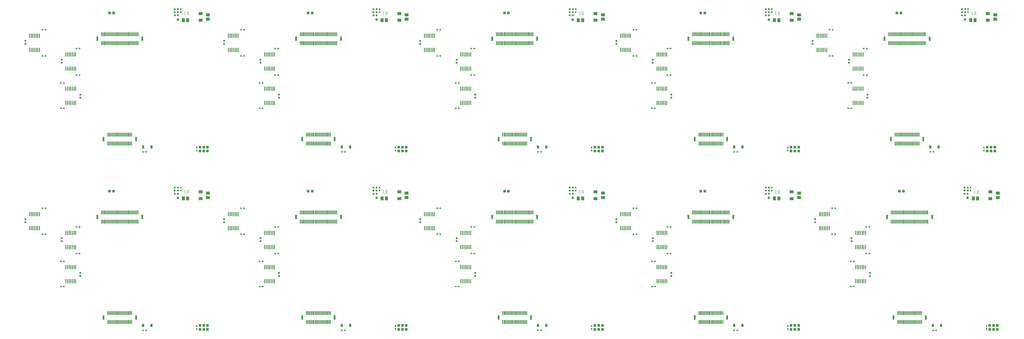
<source format=gbp>
%MOIN*%
%OFA0B0*%
%FSLAX23Y23*%
%IPPOS*%
%LPD*%
%ADD15C,0.03937*%
%ADD16R,0.0315X0.02362*%
%ADD31R,0.01181X0.06299*%
%ADD32R,0.0315X0.07087*%
%ADD33R,0.05906X0.051179999999999996*%
%ADD34R,0.05906X0.04724*%
%ADD35R,0.02756X0.0315*%
%ADD37R,0.02362X0.00984*%
%ADD38R,0.03937X0.03937*%
%ADD39R,0.0374X0.04803*%
%ADD40R,0.014X0.066*%
%ADD41R,0.03937X0.03937*%
%ADD42R,0.051179999999999996X0.05906*%
%ADD43R,0.02362X0.0315*%
%ADD44R,0.0315X0.02756*%
%ADD55C,0.03937*%
%ADD56R,0.0315X0.02362*%
%ADD57R,0.01181X0.06299*%
%ADD58R,0.0315X0.07087*%
%ADD59R,0.05906X0.051179999999999996*%
%ADD60R,0.05906X0.04724*%
%ADD61R,0.02756X0.0315*%
%ADD62R,0.02362X0.00984*%
%ADD63R,0.03937X0.03937*%
%ADD64R,0.0374X0.04803*%
%ADD65R,0.014X0.066*%
%ADD66R,0.03937X0.03937*%
%ADD67R,0.051179999999999996X0.05906*%
%ADD68R,0.02362X0.0315*%
%ADD69R,0.0315X0.02756*%
%ADD70C,0.03937*%
%ADD71R,0.0315X0.02362*%
%ADD72R,0.01181X0.06299*%
%ADD73R,0.0315X0.07087*%
%ADD74R,0.05906X0.051179999999999996*%
%ADD75R,0.05906X0.04724*%
%ADD76R,0.02756X0.0315*%
%ADD77R,0.02362X0.00984*%
%ADD78R,0.03937X0.03937*%
%ADD79R,0.0374X0.04803*%
%ADD80R,0.014X0.066*%
%ADD81R,0.03937X0.03937*%
%ADD82R,0.051179999999999996X0.05906*%
%ADD83R,0.02362X0.0315*%
%ADD84R,0.0315X0.02756*%
%ADD85C,0.03937*%
%ADD86R,0.0315X0.02362*%
%ADD87R,0.01181X0.06299*%
%ADD88R,0.0315X0.07087*%
%ADD89R,0.05906X0.051179999999999996*%
%ADD90R,0.05906X0.04724*%
%ADD91R,0.02756X0.0315*%
%ADD92R,0.02362X0.00984*%
%ADD93R,0.03937X0.03937*%
%ADD94R,0.0374X0.04803*%
%ADD95R,0.014X0.066*%
%ADD96R,0.03937X0.03937*%
%ADD97R,0.051179999999999996X0.05906*%
%ADD98R,0.02362X0.0315*%
%ADD99R,0.0315X0.02756*%
%ADD100C,0.03937*%
%ADD101R,0.0315X0.02362*%
%ADD102R,0.01181X0.06299*%
%ADD103R,0.0315X0.07087*%
%ADD104R,0.05906X0.051179999999999996*%
%ADD105R,0.05906X0.04724*%
%ADD106R,0.02756X0.0315*%
%ADD107R,0.02362X0.00984*%
%ADD108R,0.03937X0.03937*%
%ADD109R,0.0374X0.04803*%
%ADD110R,0.014X0.066*%
%ADD111R,0.03937X0.03937*%
%ADD112R,0.051179999999999996X0.05906*%
%ADD113R,0.02362X0.0315*%
%ADD114R,0.0315X0.02756*%
%ADD115C,0.03937*%
%ADD116R,0.0315X0.02362*%
%ADD117R,0.01181X0.06299*%
%ADD118R,0.0315X0.07087*%
%ADD119R,0.05906X0.051179999999999996*%
%ADD120R,0.05906X0.04724*%
%ADD121R,0.02756X0.0315*%
%ADD122R,0.02362X0.00984*%
%ADD123R,0.03937X0.03937*%
%ADD124R,0.0374X0.04803*%
%ADD125R,0.014X0.066*%
%ADD126R,0.03937X0.03937*%
%ADD127R,0.051179999999999996X0.05906*%
%ADD128R,0.02362X0.0315*%
%ADD129R,0.0315X0.02756*%
%ADD130C,0.03937*%
%ADD131R,0.0315X0.02362*%
%ADD132R,0.01181X0.06299*%
%ADD133R,0.0315X0.07087*%
%ADD134R,0.05906X0.051179999999999996*%
%ADD135R,0.05906X0.04724*%
%ADD136R,0.02756X0.0315*%
%ADD137R,0.02362X0.00984*%
%ADD138R,0.03937X0.03937*%
%ADD139R,0.0374X0.04803*%
%ADD140R,0.014X0.066*%
%ADD141R,0.03937X0.03937*%
%ADD142R,0.051179999999999996X0.05906*%
%ADD143R,0.02362X0.0315*%
%ADD144R,0.0315X0.02756*%
%ADD145C,0.03937*%
%ADD146R,0.0315X0.02362*%
%ADD147R,0.01181X0.06299*%
%ADD148R,0.0315X0.07087*%
%ADD149R,0.05906X0.051179999999999996*%
%ADD150R,0.05906X0.04724*%
%ADD151R,0.02756X0.0315*%
%ADD152R,0.02362X0.00984*%
%ADD153R,0.03937X0.03937*%
%ADD154R,0.0374X0.04803*%
%ADD155R,0.014X0.066*%
%ADD156R,0.03937X0.03937*%
%ADD157R,0.051179999999999996X0.05906*%
%ADD158R,0.02362X0.0315*%
%ADD159R,0.0315X0.02756*%
%ADD160C,0.03937*%
%ADD161R,0.0315X0.02362*%
%ADD162R,0.01181X0.06299*%
%ADD163R,0.0315X0.07087*%
%ADD164R,0.05906X0.051179999999999996*%
%ADD165R,0.05906X0.04724*%
%ADD166R,0.02756X0.0315*%
%ADD167R,0.02362X0.00984*%
%ADD168R,0.03937X0.03937*%
%ADD169R,0.0374X0.04803*%
%ADD170R,0.014X0.066*%
%ADD171R,0.03937X0.03937*%
%ADD172R,0.051179999999999996X0.05906*%
%ADD173R,0.02362X0.0315*%
%ADD174R,0.0315X0.02756*%
%ADD175C,0.03937*%
%ADD176R,0.0315X0.02362*%
%ADD177R,0.01181X0.06299*%
%ADD178R,0.0315X0.07087*%
%ADD179R,0.05906X0.051179999999999996*%
%ADD180R,0.05906X0.04724*%
%ADD181R,0.02756X0.0315*%
%ADD182R,0.02362X0.00984*%
%ADD183R,0.03937X0.03937*%
%ADD184R,0.0374X0.04803*%
%ADD185R,0.014X0.066*%
%ADD186R,0.03937X0.03937*%
%ADD187R,0.051179999999999996X0.05906*%
%ADD188R,0.02362X0.0315*%
%ADD189R,0.0315X0.02756*%
G36*
X03088Y03034D02*
X03088Y03033D01*
X03088Y03029*
X03088Y03029*
X03088Y03028*
X03088Y03028*
X03088Y03028*
X03088Y03028*
X03089Y03027*
X03089Y03027*
X03090Y03027*
X03119Y03027*
X03119Y03027*
X03120Y03027*
X03120Y03028*
X03120Y03028*
X03121Y03028*
X03121Y03028*
X03121Y03029*
X03121Y03029*
X03121Y03033*
X03121Y03034*
X03121Y03034*
X03121Y03034*
X03120Y03035*
X03120Y03035*
X03120Y03035*
X03119Y03035*
X03119Y03035*
X03090Y03035*
X03089Y03035*
X03089Y03035*
X03088Y03035*
X03088Y03035*
X03088Y03034*
X03088Y03034*
X03088Y03034*
G37*
G36*
X03088Y03053D02*
X03088Y03053D01*
X03088Y03049*
X03088Y03049*
X03088Y03048*
X03088Y03048*
X03088Y03047*
X03088Y03047*
X03089Y03047*
X03089Y03047*
X03090Y03047*
X03119Y03047*
X03119Y03047*
X03120Y03047*
X03120Y03047*
X03120Y03047*
X03121Y03048*
X03121Y03048*
X03121Y03049*
X03121Y03049*
X03121Y03053*
X03121Y03053*
X03121Y03054*
X03121Y03054*
X03120Y03054*
X03120Y03054*
X03120Y03055*
X03119Y03055*
X03119Y03055*
X03090Y03055*
X03089Y03055*
X03089Y03055*
X03088Y03054*
X03088Y03054*
X03088Y03054*
X03088Y03054*
X03088Y03053*
G37*
G36*
X03088Y03073D02*
X03088Y03073D01*
X03088Y03069*
X03088Y03068*
X03088Y03068*
X03088Y03067*
X03088Y03067*
X03088Y03067*
X03089Y03067*
X03089Y03067*
X03090Y03067*
X03119Y03067*
X03119Y03067*
X03120Y03067*
X03120Y03067*
X03120Y03067*
X03121Y03067*
X03121Y03068*
X03121Y03068*
X03121Y03069*
X03121Y03073*
X03121Y03073*
X03121Y03073*
X03121Y03073*
X03120Y03073*
X03120Y03073*
X03120Y03073*
X03119Y03073*
X03119Y03073*
X03090Y03073*
X03089Y03073*
X03089Y03073*
X03088Y03073*
X03088Y03073*
X03088Y03073*
X03088Y03073*
X03088Y03073*
G37*
G54D15*
X02947Y02956D03*
G54D16*
X02452Y00882D03*
X02405Y00882D03*
X01408Y02085D03*
X01360Y02085D03*
X00874Y02386D03*
X00827Y02386D03*
X01118Y01566D03*
X01165Y01566D03*
X01118Y01961D03*
X01165Y01961D03*
X01408Y02502D03*
X01360Y02502D03*
X00874Y02793D03*
X00827Y02793D03*
G54D31*
X02324Y02727D03*
X02305Y02727D03*
X02285Y02727D03*
X02265Y02727D03*
X02246Y02727D03*
X02226Y02727D03*
X02206Y02727D03*
X02186Y02727D03*
X02127Y02727D03*
X02108Y02727D03*
X02088Y02727D03*
X02068Y02727D03*
X02049Y02727D03*
X02029Y02727D03*
X01970Y02727D03*
X01950Y02727D03*
X01931Y02727D03*
X01911Y02727D03*
X01891Y02727D03*
X01872Y02727D03*
X01852Y02727D03*
X01832Y02727D03*
X01812Y02727D03*
X01794Y02727D03*
X01774Y02727D03*
X02324Y02585D03*
X02305Y02585D03*
X02285Y02585D03*
X02265Y02585D03*
X02246Y02585D03*
X02226Y02585D03*
X02206Y02585D03*
X02186Y02585D03*
X02167Y02585D03*
X02147Y02585D03*
X02127Y02585D03*
X02108Y02585D03*
X02088Y02585D03*
X02068Y02585D03*
X02049Y02585D03*
X02029Y02585D03*
X02009Y02585D03*
X01990Y02585D03*
X01970Y02585D03*
X01950Y02585D03*
X01931Y02585D03*
X01911Y02585D03*
X01891Y02585D03*
X01872Y02585D03*
X01852Y02585D03*
X01832Y02585D03*
X01812Y02585D03*
X01794Y02585D03*
X01774Y02585D03*
X01754Y02585D03*
X01754Y02727D03*
X02167Y02727D03*
X02147Y02727D03*
X02009Y02727D03*
X01990Y02727D03*
X01852Y01152D03*
X01852Y01012D03*
X01872Y01012D03*
X01891Y01012D03*
X01911Y01012D03*
X01931Y01012D03*
X01950Y01012D03*
X01970Y01012D03*
X01990Y01012D03*
X02009Y01012D03*
X02029Y01012D03*
X02049Y01012D03*
X02068Y01012D03*
X02088Y01012D03*
X02108Y01012D03*
X02127Y01012D03*
X02147Y01012D03*
X02167Y01012D03*
X02186Y01012D03*
X02206Y01012D03*
X02226Y01012D03*
X01872Y01152D03*
X01891Y01152D03*
X01911Y01152D03*
X01931Y01152D03*
X01950Y01152D03*
X01970Y01152D03*
X01990Y01152D03*
X02009Y01152D03*
X02029Y01152D03*
X02049Y01152D03*
X02068Y01152D03*
X02088Y01152D03*
X02108Y01152D03*
X02127Y01152D03*
X02147Y01152D03*
X02167Y01152D03*
X02186Y01152D03*
X02206Y01152D03*
X02226Y01152D03*
G54D32*
X01687Y02656D03*
X02391Y02656D03*
X02293Y01082D03*
X01786Y01082D03*
G54D33*
X03418Y03029D03*
X03418Y02962D03*
G54D34*
X03304Y02943D03*
X03304Y03049D03*
G54D35*
X02899Y03071D03*
X02899Y03118D03*
X01420Y01732D03*
X01420Y01779D03*
X01130Y02277D03*
X01130Y02324D03*
X00560Y02574D03*
X00560Y02621D03*
X02949Y03071D03*
X02949Y03118D03*
G54D37*
X03058Y03071D03*
X03058Y03051D03*
X03058Y03031D03*
G54D38*
X03412Y00893D03*
X03412Y00956D03*
X03354Y00956D03*
X03354Y00893D03*
X03294Y00956D03*
X03294Y00893D03*
G54D39*
X02533Y00957D03*
X02404Y00957D03*
G54D40*
X01196Y01871D03*
X01221Y01871D03*
X01247Y01871D03*
X01272Y01871D03*
X01298Y01871D03*
X01323Y01871D03*
X01348Y01871D03*
X01348Y01649D03*
X01323Y01649D03*
X01298Y01649D03*
X01272Y01649D03*
X01247Y01649D03*
X01221Y01649D03*
X01196Y01649D03*
X01348Y02407D03*
X01323Y02407D03*
X01298Y02407D03*
X01272Y02407D03*
X01247Y02407D03*
X01221Y02407D03*
X01196Y02407D03*
X01196Y02185D03*
X01221Y02185D03*
X01247Y02185D03*
X01272Y02185D03*
X01298Y02185D03*
X01323Y02185D03*
X01348Y02185D03*
X00781Y02702D03*
X00756Y02702D03*
X00730Y02702D03*
X00704Y02702D03*
X00679Y02702D03*
X00654Y02702D03*
X00628Y02702D03*
X00628Y02480D03*
X00654Y02480D03*
X00679Y02480D03*
X00704Y02480D03*
X00730Y02480D03*
X00756Y02480D03*
X00781Y02480D03*
G54D41*
X01879Y03059D03*
X01942Y03059D03*
G54D42*
X03102Y02946D03*
X03035Y02946D03*
G54D43*
X02994Y03118D03*
X02994Y03071D03*
X03244Y00948D03*
X03244Y00900D03*
G54D44*
X02900Y03021D03*
X02947Y03021D03*
G04 next file*
G36*
X03088Y05830D02*
X03088Y05829D01*
X03088Y05824*
X03088Y05824*
X03088Y05824*
X03088Y05824*
X03088Y05824*
X03088Y05824*
X03089Y05823*
X03089Y05823*
X03090Y05823*
X03119Y05823*
X03119Y05823*
X03120Y05823*
X03120Y05824*
X03120Y05824*
X03121Y05824*
X03121Y05824*
X03121Y05824*
X03121Y05824*
X03121Y05829*
X03121Y05830*
X03121Y05830*
X03121Y05830*
X03120Y05831*
X03120Y05831*
X03120Y05831*
X03119Y05831*
X03119Y05831*
X03090Y05831*
X03089Y05831*
X03089Y05831*
X03088Y05831*
X03088Y05831*
X03088Y05830*
X03088Y05830*
X03088Y05830*
G37*
G36*
X03088Y05848D02*
X03088Y05848D01*
X03088Y05845*
X03088Y05845*
X03088Y05844*
X03088Y05844*
X03088Y05843*
X03088Y05843*
X03089Y05843*
X03089Y05843*
X03090Y05843*
X03119Y05843*
X03119Y05843*
X03120Y05843*
X03120Y05843*
X03120Y05843*
X03121Y05844*
X03121Y05844*
X03121Y05845*
X03121Y05845*
X03121Y05848*
X03121Y05848*
X03121Y05850*
X03121Y05850*
X03120Y05850*
X03120Y05850*
X03120Y05851*
X03119Y05851*
X03119Y05851*
X03090Y05851*
X03089Y05851*
X03089Y05851*
X03088Y05850*
X03088Y05850*
X03088Y05850*
X03088Y05850*
X03088Y05848*
G37*
G36*
X03088Y05869D02*
X03088Y05869D01*
X03088Y05865*
X03088Y05864*
X03088Y05864*
X03088Y05863*
X03088Y05863*
X03088Y05863*
X03089Y05863*
X03089Y05863*
X03090Y05863*
X03119Y05863*
X03119Y05863*
X03120Y05863*
X03120Y05863*
X03120Y05863*
X03121Y05863*
X03121Y05864*
X03121Y05864*
X03121Y05865*
X03121Y05869*
X03121Y05869*
X03121Y05869*
X03121Y05870*
X03120Y05870*
X03120Y05870*
X03120Y05870*
X03119Y05870*
X03119Y05870*
X03090Y05870*
X03089Y05870*
X03089Y05870*
X03088Y05870*
X03088Y05870*
X03088Y05870*
X03088Y05869*
X03088Y05869*
G37*
D55*
X02947Y05752D03*
D56*
X02452Y03678D03*
X02405Y03678D03*
X01408Y04881D03*
X01360Y04881D03*
X00874Y05182D03*
X00827Y05182D03*
X01118Y04362D03*
X01165Y04362D03*
X01118Y04757D03*
X01165Y04757D03*
X01408Y05298D03*
X01360Y05298D03*
X00874Y05590D03*
X00827Y05590D03*
D57*
X02324Y05522D03*
X02305Y05522D03*
X02285Y05522D03*
X02265Y05522D03*
X02246Y05522D03*
X02226Y05522D03*
X02206Y05522D03*
X02186Y05522D03*
X02127Y05522D03*
X02108Y05522D03*
X02088Y05522D03*
X02068Y05522D03*
X02049Y05522D03*
X02029Y05522D03*
X01970Y05522D03*
X01950Y05522D03*
X01931Y05522D03*
X01911Y05522D03*
X01891Y05522D03*
X01872Y05522D03*
X01852Y05522D03*
X01832Y05522D03*
X01812Y05522D03*
X01794Y05522D03*
X01774Y05522D03*
X02324Y05381D03*
X02305Y05381D03*
X02285Y05381D03*
X02265Y05381D03*
X02246Y05381D03*
X02226Y05381D03*
X02206Y05381D03*
X02186Y05381D03*
X02167Y05381D03*
X02147Y05381D03*
X02127Y05381D03*
X02108Y05381D03*
X02088Y05381D03*
X02068Y05381D03*
X02049Y05381D03*
X02029Y05381D03*
X02009Y05381D03*
X01990Y05381D03*
X01970Y05381D03*
X01950Y05381D03*
X01931Y05381D03*
X01911Y05381D03*
X01891Y05381D03*
X01872Y05381D03*
X01852Y05381D03*
X01832Y05381D03*
X01812Y05381D03*
X01794Y05381D03*
X01774Y05381D03*
X01754Y05381D03*
X01754Y05522D03*
X02167Y05522D03*
X02147Y05522D03*
X02009Y05522D03*
X01990Y05522D03*
X01852Y03948D03*
X01852Y03808D03*
X01872Y03808D03*
X01891Y03808D03*
X01911Y03808D03*
X01931Y03808D03*
X01950Y03808D03*
X01970Y03808D03*
X01990Y03808D03*
X02009Y03808D03*
X02029Y03808D03*
X02049Y03808D03*
X02068Y03808D03*
X02088Y03808D03*
X02108Y03808D03*
X02127Y03808D03*
X02147Y03808D03*
X02167Y03808D03*
X02186Y03808D03*
X02206Y03808D03*
X02226Y03808D03*
X01872Y03948D03*
X01891Y03948D03*
X01911Y03948D03*
X01931Y03948D03*
X01950Y03948D03*
X01970Y03948D03*
X01990Y03948D03*
X02009Y03948D03*
X02029Y03948D03*
X02049Y03948D03*
X02068Y03948D03*
X02088Y03948D03*
X02108Y03948D03*
X02127Y03948D03*
X02147Y03948D03*
X02167Y03948D03*
X02186Y03948D03*
X02206Y03948D03*
X02226Y03948D03*
D58*
X01687Y05452D03*
X02391Y05452D03*
X02293Y03878D03*
X01786Y03878D03*
D59*
X03418Y05824D03*
X03418Y05758D03*
D60*
X03304Y05739D03*
X03304Y05845D03*
D61*
X02899Y05867D03*
X02899Y05914D03*
X01420Y04528D03*
X01420Y04575D03*
X01130Y05073D03*
X01130Y05120D03*
X00560Y05370D03*
X00560Y05417D03*
X02949Y05867D03*
X02949Y05914D03*
D62*
X03058Y05867D03*
X03058Y05847D03*
X03058Y05827D03*
D63*
X03412Y03689D03*
X03412Y03752D03*
X03354Y03752D03*
X03354Y03689D03*
X03294Y03752D03*
X03294Y03689D03*
D64*
X02533Y03753D03*
X02404Y03753D03*
D65*
X01196Y04667D03*
X01221Y04667D03*
X01247Y04667D03*
X01272Y04667D03*
X01298Y04667D03*
X01323Y04667D03*
X01348Y04667D03*
X01348Y04445D03*
X01323Y04445D03*
X01298Y04445D03*
X01272Y04445D03*
X01247Y04445D03*
X01221Y04445D03*
X01196Y04445D03*
X01348Y05203D03*
X01323Y05203D03*
X01298Y05203D03*
X01272Y05203D03*
X01247Y05203D03*
X01221Y05203D03*
X01196Y05203D03*
X01196Y04981D03*
X01221Y04981D03*
X01247Y04981D03*
X01272Y04981D03*
X01298Y04981D03*
X01323Y04981D03*
X01348Y04981D03*
X00781Y05498D03*
X00756Y05498D03*
X00730Y05498D03*
X00704Y05498D03*
X00679Y05498D03*
X00654Y05498D03*
X00628Y05498D03*
X00628Y05275D03*
X00654Y05275D03*
X00679Y05275D03*
X00704Y05275D03*
X00730Y05275D03*
X00756Y05275D03*
X00781Y05275D03*
D66*
X01879Y05855D03*
X01942Y05855D03*
D67*
X03102Y05742D03*
X03035Y05742D03*
D68*
X02994Y05914D03*
X02994Y05867D03*
X03244Y03744D03*
X03244Y03696D03*
D69*
X02900Y05817D03*
X02947Y05817D03*
G04 next file*
G36*
X06198Y05830D02*
X06198Y05829D01*
X06198Y05824*
X06198Y05824*
X06198Y05824*
X06198Y05824*
X06198Y05824*
X06198Y05824*
X06199Y05823*
X06199Y05823*
X06200Y05823*
X06229Y05823*
X06229Y05823*
X06229Y05823*
X06229Y05824*
X06229Y05824*
X06231Y05824*
X06231Y05824*
X06231Y05824*
X06231Y05824*
X06231Y05829*
X06231Y05830*
X06231Y05830*
X06231Y05830*
X06229Y05831*
X06229Y05831*
X06229Y05831*
X06229Y05831*
X06229Y05831*
X06200Y05831*
X06199Y05831*
X06199Y05831*
X06198Y05831*
X06198Y05831*
X06198Y05830*
X06198Y05830*
X06198Y05830*
G37*
G36*
X06198Y05848D02*
X06198Y05848D01*
X06198Y05845*
X06198Y05845*
X06198Y05844*
X06198Y05844*
X06198Y05843*
X06198Y05843*
X06199Y05843*
X06199Y05843*
X06200Y05843*
X06229Y05843*
X06229Y05843*
X06229Y05843*
X06229Y05843*
X06229Y05843*
X06231Y05844*
X06231Y05844*
X06231Y05845*
X06231Y05845*
X06231Y05848*
X06231Y05848*
X06231Y05850*
X06231Y05850*
X06229Y05850*
X06229Y05850*
X06229Y05851*
X06229Y05851*
X06229Y05851*
X06200Y05851*
X06199Y05851*
X06199Y05851*
X06198Y05850*
X06198Y05850*
X06198Y05850*
X06198Y05850*
X06198Y05848*
G37*
G36*
X06198Y05869D02*
X06198Y05869D01*
X06198Y05865*
X06198Y05864*
X06198Y05864*
X06198Y05863*
X06198Y05863*
X06198Y05863*
X06199Y05863*
X06199Y05863*
X06200Y05863*
X06229Y05863*
X06229Y05863*
X06229Y05863*
X06229Y05863*
X06229Y05863*
X06231Y05863*
X06231Y05864*
X06231Y05864*
X06231Y05865*
X06231Y05869*
X06231Y05869*
X06231Y05869*
X06231Y05870*
X06229Y05870*
X06229Y05870*
X06229Y05870*
X06229Y05870*
X06229Y05870*
X06200Y05870*
X06199Y05870*
X06199Y05870*
X06198Y05870*
X06198Y05870*
X06198Y05870*
X06198Y05869*
X06198Y05869*
G37*
D70*
X06057Y05752D03*
D71*
X05562Y03678D03*
X05515Y03678D03*
X04518Y04881D03*
X04470Y04881D03*
X03984Y05182D03*
X03937Y05182D03*
X04228Y04362D03*
X04275Y04362D03*
X04228Y04757D03*
X04275Y04757D03*
X04518Y05298D03*
X04470Y05298D03*
X03984Y05590D03*
X03937Y05590D03*
D72*
X05434Y05522D03*
X05415Y05522D03*
X05395Y05522D03*
X05375Y05522D03*
X05356Y05522D03*
X05336Y05522D03*
X05316Y05522D03*
X05295Y05522D03*
X05237Y05522D03*
X05218Y05522D03*
X05198Y05522D03*
X05178Y05522D03*
X05158Y05522D03*
X05139Y05522D03*
X05079Y05522D03*
X05060Y05522D03*
X05041Y05522D03*
X05021Y05522D03*
X05001Y05522D03*
X04982Y05522D03*
X04962Y05522D03*
X04942Y05522D03*
X04922Y05522D03*
X04904Y05522D03*
X04884Y05522D03*
X05434Y05381D03*
X05415Y05381D03*
X05395Y05381D03*
X05375Y05381D03*
X05356Y05381D03*
X05336Y05381D03*
X05316Y05381D03*
X05295Y05381D03*
X05277Y05381D03*
X05257Y05381D03*
X05237Y05381D03*
X05218Y05381D03*
X05198Y05381D03*
X05178Y05381D03*
X05158Y05381D03*
X05139Y05381D03*
X05119Y05381D03*
X05100Y05381D03*
X05079Y05381D03*
X05060Y05381D03*
X05041Y05381D03*
X05021Y05381D03*
X05001Y05381D03*
X04982Y05381D03*
X04962Y05381D03*
X04942Y05381D03*
X04922Y05381D03*
X04904Y05381D03*
X04884Y05381D03*
X04864Y05381D03*
X04864Y05522D03*
X05277Y05522D03*
X05257Y05522D03*
X05119Y05522D03*
X05100Y05522D03*
X04962Y03948D03*
X04962Y03808D03*
X04982Y03808D03*
X05001Y03808D03*
X05021Y03808D03*
X05041Y03808D03*
X05060Y03808D03*
X05079Y03808D03*
X05100Y03808D03*
X05119Y03808D03*
X05139Y03808D03*
X05158Y03808D03*
X05178Y03808D03*
X05198Y03808D03*
X05218Y03808D03*
X05237Y03808D03*
X05257Y03808D03*
X05277Y03808D03*
X05295Y03808D03*
X05316Y03808D03*
X05336Y03808D03*
X04982Y03948D03*
X05001Y03948D03*
X05021Y03948D03*
X05041Y03948D03*
X05060Y03948D03*
X05079Y03948D03*
X05100Y03948D03*
X05119Y03948D03*
X05139Y03948D03*
X05158Y03948D03*
X05178Y03948D03*
X05198Y03948D03*
X05218Y03948D03*
X05237Y03948D03*
X05257Y03948D03*
X05277Y03948D03*
X05295Y03948D03*
X05316Y03948D03*
X05336Y03948D03*
D73*
X04797Y05452D03*
X05501Y05452D03*
X05402Y03878D03*
X04896Y03878D03*
D74*
X06528Y05824D03*
X06528Y05758D03*
D75*
X06414Y05739D03*
X06414Y05845D03*
D76*
X06009Y05867D03*
X06009Y05914D03*
X04530Y04528D03*
X04530Y04575D03*
X04240Y05073D03*
X04240Y05120D03*
X03670Y05370D03*
X03670Y05417D03*
X06059Y05867D03*
X06059Y05914D03*
D77*
X06168Y05867D03*
X06168Y05847D03*
X06168Y05827D03*
D78*
X06521Y03689D03*
X06521Y03752D03*
X06464Y03752D03*
X06464Y03689D03*
X06404Y03752D03*
X06404Y03689D03*
D79*
X05643Y03753D03*
X05514Y03753D03*
D80*
X04306Y04667D03*
X04331Y04667D03*
X04357Y04667D03*
X04382Y04667D03*
X04408Y04667D03*
X04434Y04667D03*
X04459Y04667D03*
X04459Y04445D03*
X04434Y04445D03*
X04408Y04445D03*
X04382Y04445D03*
X04357Y04445D03*
X04331Y04445D03*
X04306Y04445D03*
X04459Y05203D03*
X04434Y05203D03*
X04408Y05203D03*
X04382Y05203D03*
X04357Y05203D03*
X04331Y05203D03*
X04306Y05203D03*
X04306Y04981D03*
X04331Y04981D03*
X04357Y04981D03*
X04382Y04981D03*
X04408Y04981D03*
X04434Y04981D03*
X04459Y04981D03*
X03890Y05498D03*
X03866Y05498D03*
X03840Y05498D03*
X03815Y05498D03*
X03789Y05498D03*
X03764Y05498D03*
X03738Y05498D03*
X03738Y05275D03*
X03764Y05275D03*
X03789Y05275D03*
X03815Y05275D03*
X03840Y05275D03*
X03866Y05275D03*
X03890Y05275D03*
D81*
X04989Y05855D03*
X05052Y05855D03*
D82*
X06212Y05742D03*
X06145Y05742D03*
D83*
X06104Y05914D03*
X06104Y05867D03*
X06354Y03744D03*
X06354Y03696D03*
D84*
X06010Y05817D03*
X06057Y05817D03*
G04 next file*
G36*
X06198Y03034D02*
X06198Y03033D01*
X06198Y03029*
X06198Y03029*
X06198Y03028*
X06198Y03028*
X06198Y03028*
X06198Y03028*
X06199Y03027*
X06199Y03027*
X06200Y03027*
X06229Y03027*
X06229Y03027*
X06229Y03027*
X06229Y03028*
X06229Y03028*
X06231Y03028*
X06231Y03028*
X06231Y03029*
X06231Y03029*
X06231Y03033*
X06231Y03034*
X06231Y03034*
X06231Y03034*
X06229Y03035*
X06229Y03035*
X06229Y03035*
X06229Y03035*
X06229Y03035*
X06200Y03035*
X06199Y03035*
X06199Y03035*
X06198Y03035*
X06198Y03035*
X06198Y03034*
X06198Y03034*
X06198Y03034*
G37*
G36*
X06198Y03053D02*
X06198Y03053D01*
X06198Y03049*
X06198Y03049*
X06198Y03048*
X06198Y03048*
X06198Y03047*
X06198Y03047*
X06199Y03047*
X06199Y03047*
X06200Y03047*
X06229Y03047*
X06229Y03047*
X06229Y03047*
X06229Y03047*
X06229Y03047*
X06231Y03048*
X06231Y03048*
X06231Y03049*
X06231Y03049*
X06231Y03053*
X06231Y03053*
X06231Y03054*
X06231Y03054*
X06229Y03054*
X06229Y03054*
X06229Y03055*
X06229Y03055*
X06229Y03055*
X06200Y03055*
X06199Y03055*
X06199Y03055*
X06198Y03054*
X06198Y03054*
X06198Y03054*
X06198Y03054*
X06198Y03053*
G37*
G36*
X06198Y03073D02*
X06198Y03073D01*
X06198Y03069*
X06198Y03068*
X06198Y03068*
X06198Y03067*
X06198Y03067*
X06198Y03067*
X06199Y03067*
X06199Y03067*
X06200Y03067*
X06229Y03067*
X06229Y03067*
X06229Y03067*
X06229Y03067*
X06229Y03067*
X06231Y03067*
X06231Y03068*
X06231Y03068*
X06231Y03069*
X06231Y03073*
X06231Y03073*
X06231Y03073*
X06231Y03073*
X06229Y03073*
X06229Y03073*
X06229Y03073*
X06229Y03073*
X06229Y03073*
X06200Y03073*
X06199Y03073*
X06199Y03073*
X06198Y03073*
X06198Y03073*
X06198Y03073*
X06198Y03073*
X06198Y03073*
G37*
D85*
X06057Y02956D03*
D86*
X05562Y00882D03*
X05515Y00882D03*
X04518Y02085D03*
X04470Y02085D03*
X03984Y02386D03*
X03937Y02386D03*
X04228Y01566D03*
X04275Y01566D03*
X04228Y01961D03*
X04275Y01961D03*
X04518Y02502D03*
X04470Y02502D03*
X03984Y02793D03*
X03937Y02793D03*
D87*
X05434Y02727D03*
X05415Y02727D03*
X05395Y02727D03*
X05375Y02727D03*
X05356Y02727D03*
X05336Y02727D03*
X05316Y02727D03*
X05295Y02727D03*
X05237Y02727D03*
X05218Y02727D03*
X05198Y02727D03*
X05178Y02727D03*
X05158Y02727D03*
X05139Y02727D03*
X05079Y02727D03*
X05060Y02727D03*
X05041Y02727D03*
X05021Y02727D03*
X05001Y02727D03*
X04982Y02727D03*
X04962Y02727D03*
X04942Y02727D03*
X04922Y02727D03*
X04904Y02727D03*
X04884Y02727D03*
X05434Y02585D03*
X05415Y02585D03*
X05395Y02585D03*
X05375Y02585D03*
X05356Y02585D03*
X05336Y02585D03*
X05316Y02585D03*
X05295Y02585D03*
X05277Y02585D03*
X05257Y02585D03*
X05237Y02585D03*
X05218Y02585D03*
X05198Y02585D03*
X05178Y02585D03*
X05158Y02585D03*
X05139Y02585D03*
X05119Y02585D03*
X05100Y02585D03*
X05079Y02585D03*
X05060Y02585D03*
X05041Y02585D03*
X05021Y02585D03*
X05001Y02585D03*
X04982Y02585D03*
X04962Y02585D03*
X04942Y02585D03*
X04922Y02585D03*
X04904Y02585D03*
X04884Y02585D03*
X04864Y02585D03*
X04864Y02727D03*
X05277Y02727D03*
X05257Y02727D03*
X05119Y02727D03*
X05100Y02727D03*
X04962Y01152D03*
X04962Y01012D03*
X04982Y01012D03*
X05001Y01012D03*
X05021Y01012D03*
X05041Y01012D03*
X05060Y01012D03*
X05079Y01012D03*
X05100Y01012D03*
X05119Y01012D03*
X05139Y01012D03*
X05158Y01012D03*
X05178Y01012D03*
X05198Y01012D03*
X05218Y01012D03*
X05237Y01012D03*
X05257Y01012D03*
X05277Y01012D03*
X05295Y01012D03*
X05316Y01012D03*
X05336Y01012D03*
X04982Y01152D03*
X05001Y01152D03*
X05021Y01152D03*
X05041Y01152D03*
X05060Y01152D03*
X05079Y01152D03*
X05100Y01152D03*
X05119Y01152D03*
X05139Y01152D03*
X05158Y01152D03*
X05178Y01152D03*
X05198Y01152D03*
X05218Y01152D03*
X05237Y01152D03*
X05257Y01152D03*
X05277Y01152D03*
X05295Y01152D03*
X05316Y01152D03*
X05336Y01152D03*
D88*
X04797Y02656D03*
X05501Y02656D03*
X05402Y01082D03*
X04896Y01082D03*
D89*
X06528Y03029D03*
X06528Y02962D03*
D90*
X06414Y02943D03*
X06414Y03049D03*
D91*
X06009Y03071D03*
X06009Y03118D03*
X04530Y01732D03*
X04530Y01779D03*
X04240Y02277D03*
X04240Y02324D03*
X03670Y02574D03*
X03670Y02621D03*
X06059Y03071D03*
X06059Y03118D03*
D92*
X06168Y03071D03*
X06168Y03051D03*
X06168Y03031D03*
D93*
X06521Y00893D03*
X06521Y00956D03*
X06464Y00956D03*
X06464Y00893D03*
X06404Y00956D03*
X06404Y00893D03*
D94*
X05643Y00957D03*
X05514Y00957D03*
D95*
X04306Y01871D03*
X04331Y01871D03*
X04357Y01871D03*
X04382Y01871D03*
X04408Y01871D03*
X04434Y01871D03*
X04459Y01871D03*
X04459Y01649D03*
X04434Y01649D03*
X04408Y01649D03*
X04382Y01649D03*
X04357Y01649D03*
X04331Y01649D03*
X04306Y01649D03*
X04459Y02407D03*
X04434Y02407D03*
X04408Y02407D03*
X04382Y02407D03*
X04357Y02407D03*
X04331Y02407D03*
X04306Y02407D03*
X04306Y02185D03*
X04331Y02185D03*
X04357Y02185D03*
X04382Y02185D03*
X04408Y02185D03*
X04434Y02185D03*
X04459Y02185D03*
X03890Y02702D03*
X03866Y02702D03*
X03840Y02702D03*
X03815Y02702D03*
X03789Y02702D03*
X03764Y02702D03*
X03738Y02702D03*
X03738Y02480D03*
X03764Y02480D03*
X03789Y02480D03*
X03815Y02480D03*
X03840Y02480D03*
X03866Y02480D03*
X03890Y02480D03*
D96*
X04989Y03059D03*
X05052Y03059D03*
D97*
X06212Y02946D03*
X06145Y02946D03*
D98*
X06104Y03118D03*
X06104Y03071D03*
X06354Y00948D03*
X06354Y00900D03*
D99*
X06010Y03021D03*
X06057Y03021D03*
G04 next file*
G36*
X09269Y05830D02*
X09269Y05829D01*
X09269Y05824*
X09269Y05824*
X09269Y05824*
X09269Y05824*
X09269Y05824*
X09269Y05824*
X09270Y05823*
X09270Y05823*
X09271Y05823*
X09300Y05823*
X09300Y05823*
X09301Y05823*
X09301Y05824*
X09301Y05824*
X09302Y05824*
X09302Y05824*
X09302Y05824*
X09302Y05824*
X09302Y05829*
X09302Y05830*
X09302Y05830*
X09302Y05830*
X09301Y05831*
X09301Y05831*
X09301Y05831*
X09300Y05831*
X09300Y05831*
X09271Y05831*
X09270Y05831*
X09270Y05831*
X09269Y05831*
X09269Y05831*
X09269Y05830*
X09269Y05830*
X09269Y05830*
G37*
G36*
X09269Y05848D02*
X09269Y05848D01*
X09269Y05845*
X09269Y05845*
X09269Y05844*
X09269Y05844*
X09269Y05843*
X09269Y05843*
X09270Y05843*
X09270Y05843*
X09271Y05843*
X09300Y05843*
X09300Y05843*
X09301Y05843*
X09301Y05843*
X09301Y05843*
X09302Y05844*
X09302Y05844*
X09302Y05845*
X09302Y05845*
X09302Y05848*
X09302Y05848*
X09302Y05850*
X09302Y05850*
X09301Y05850*
X09301Y05850*
X09301Y05851*
X09300Y05851*
X09300Y05851*
X09271Y05851*
X09270Y05851*
X09270Y05851*
X09269Y05850*
X09269Y05850*
X09269Y05850*
X09269Y05850*
X09269Y05848*
G37*
G36*
X09269Y05869D02*
X09269Y05869D01*
X09269Y05865*
X09269Y05864*
X09269Y05864*
X09269Y05863*
X09269Y05863*
X09269Y05863*
X09270Y05863*
X09270Y05863*
X09271Y05863*
X09300Y05863*
X09300Y05863*
X09301Y05863*
X09301Y05863*
X09301Y05863*
X09302Y05863*
X09302Y05864*
X09302Y05864*
X09302Y05865*
X09302Y05869*
X09302Y05869*
X09302Y05869*
X09302Y05870*
X09301Y05870*
X09301Y05870*
X09301Y05870*
X09300Y05870*
X09300Y05870*
X09271Y05870*
X09270Y05870*
X09270Y05870*
X09269Y05870*
X09269Y05870*
X09269Y05870*
X09269Y05869*
X09269Y05869*
G37*
D100*
X09128Y05752D03*
D101*
X08633Y03678D03*
X08586Y03678D03*
X07589Y04881D03*
X07541Y04881D03*
X07055Y05182D03*
X07008Y05182D03*
X07299Y04362D03*
X07345Y04362D03*
X07299Y04757D03*
X07345Y04757D03*
X07589Y05298D03*
X07541Y05298D03*
X07055Y05590D03*
X07008Y05590D03*
D102*
X08505Y05522D03*
X08486Y05522D03*
X08466Y05522D03*
X08446Y05522D03*
X08427Y05522D03*
X08407Y05522D03*
X08387Y05522D03*
X08367Y05522D03*
X08308Y05522D03*
X08289Y05522D03*
X08269Y05522D03*
X08249Y05522D03*
X08230Y05522D03*
X08210Y05522D03*
X08151Y05522D03*
X08131Y05522D03*
X08112Y05522D03*
X08092Y05522D03*
X08071Y05522D03*
X08053Y05522D03*
X08032Y05522D03*
X08013Y05522D03*
X07993Y05522D03*
X07975Y05522D03*
X07955Y05522D03*
X08505Y05381D03*
X08486Y05381D03*
X08466Y05381D03*
X08446Y05381D03*
X08427Y05381D03*
X08407Y05381D03*
X08387Y05381D03*
X08367Y05381D03*
X08348Y05381D03*
X08328Y05381D03*
X08308Y05381D03*
X08289Y05381D03*
X08269Y05381D03*
X08249Y05381D03*
X08230Y05381D03*
X08210Y05381D03*
X08189Y05381D03*
X08170Y05381D03*
X08151Y05381D03*
X08131Y05381D03*
X08112Y05381D03*
X08092Y05381D03*
X08071Y05381D03*
X08053Y05381D03*
X08032Y05381D03*
X08013Y05381D03*
X07993Y05381D03*
X07975Y05381D03*
X07955Y05381D03*
X07935Y05381D03*
X07935Y05522D03*
X08348Y05522D03*
X08328Y05522D03*
X08189Y05522D03*
X08170Y05522D03*
X08032Y03948D03*
X08032Y03808D03*
X08053Y03808D03*
X08071Y03808D03*
X08092Y03808D03*
X08112Y03808D03*
X08131Y03808D03*
X08151Y03808D03*
X08170Y03808D03*
X08189Y03808D03*
X08210Y03808D03*
X08230Y03808D03*
X08249Y03808D03*
X08269Y03808D03*
X08289Y03808D03*
X08308Y03808D03*
X08328Y03808D03*
X08348Y03808D03*
X08367Y03808D03*
X08387Y03808D03*
X08407Y03808D03*
X08053Y03948D03*
X08071Y03948D03*
X08092Y03948D03*
X08112Y03948D03*
X08131Y03948D03*
X08151Y03948D03*
X08170Y03948D03*
X08189Y03948D03*
X08210Y03948D03*
X08230Y03948D03*
X08249Y03948D03*
X08269Y03948D03*
X08289Y03948D03*
X08308Y03948D03*
X08328Y03948D03*
X08348Y03948D03*
X08367Y03948D03*
X08387Y03948D03*
X08407Y03948D03*
D103*
X07868Y05452D03*
X08572Y05452D03*
X08474Y03878D03*
X07967Y03878D03*
D104*
X09600Y05824D03*
X09600Y05758D03*
D105*
X09485Y05739D03*
X09485Y05845D03*
D106*
X09080Y05867D03*
X09080Y05914D03*
X07601Y04528D03*
X07601Y04575D03*
X07311Y05073D03*
X07311Y05120D03*
X06741Y05370D03*
X06741Y05417D03*
X09130Y05867D03*
X09130Y05914D03*
D107*
X09239Y05867D03*
X09239Y05847D03*
X09239Y05827D03*
D108*
X09593Y03689D03*
X09593Y03752D03*
X09535Y03752D03*
X09535Y03689D03*
X09475Y03752D03*
X09475Y03689D03*
D109*
X08714Y03753D03*
X08585Y03753D03*
D110*
X07376Y04667D03*
X07402Y04667D03*
X07428Y04667D03*
X07453Y04667D03*
X07479Y04667D03*
X07505Y04667D03*
X07530Y04667D03*
X07530Y04445D03*
X07505Y04445D03*
X07479Y04445D03*
X07453Y04445D03*
X07428Y04445D03*
X07402Y04445D03*
X07376Y04445D03*
X07530Y05203D03*
X07505Y05203D03*
X07479Y05203D03*
X07453Y05203D03*
X07428Y05203D03*
X07402Y05203D03*
X07376Y05203D03*
X07376Y04981D03*
X07402Y04981D03*
X07428Y04981D03*
X07453Y04981D03*
X07479Y04981D03*
X07505Y04981D03*
X07530Y04981D03*
X06962Y05498D03*
X06937Y05498D03*
X06911Y05498D03*
X06885Y05498D03*
X06860Y05498D03*
X06835Y05498D03*
X06809Y05498D03*
X06809Y05275D03*
X06835Y05275D03*
X06860Y05275D03*
X06885Y05275D03*
X06911Y05275D03*
X06937Y05275D03*
X06962Y05275D03*
D111*
X08060Y05855D03*
X08122Y05855D03*
D112*
X09283Y05742D03*
X09216Y05742D03*
D113*
X09175Y05914D03*
X09175Y05867D03*
X09425Y03744D03*
X09425Y03696D03*
D114*
X09081Y05817D03*
X09128Y05817D03*
G04 next file*
G36*
X12339Y05830D02*
X12339Y05829D01*
X12339Y05824*
X12339Y05824*
X12339Y05824*
X12339Y05824*
X12339Y05824*
X12339Y05824*
X12340Y05823*
X12340Y05823*
X12341Y05823*
X12370Y05823*
X12370Y05823*
X12370Y05823*
X12370Y05824*
X12370Y05824*
X12372Y05824*
X12372Y05824*
X12372Y05824*
X12372Y05824*
X12372Y05829*
X12372Y05830*
X12372Y05830*
X12372Y05830*
X12370Y05831*
X12370Y05831*
X12370Y05831*
X12370Y05831*
X12370Y05831*
X12341Y05831*
X12340Y05831*
X12340Y05831*
X12339Y05831*
X12339Y05831*
X12339Y05830*
X12339Y05830*
X12339Y05830*
G37*
G36*
X12339Y05848D02*
X12339Y05848D01*
X12339Y05845*
X12339Y05845*
X12339Y05844*
X12339Y05844*
X12339Y05843*
X12339Y05843*
X12340Y05843*
X12340Y05843*
X12341Y05843*
X12370Y05843*
X12370Y05843*
X12370Y05843*
X12370Y05843*
X12370Y05843*
X12372Y05844*
X12372Y05844*
X12372Y05845*
X12372Y05845*
X12372Y05848*
X12372Y05848*
X12372Y05850*
X12372Y05850*
X12370Y05850*
X12370Y05850*
X12370Y05851*
X12370Y05851*
X12370Y05851*
X12341Y05851*
X12340Y05851*
X12340Y05851*
X12339Y05850*
X12339Y05850*
X12339Y05850*
X12339Y05850*
X12339Y05848*
G37*
G36*
X12339Y05869D02*
X12339Y05869D01*
X12339Y05865*
X12339Y05864*
X12339Y05864*
X12339Y05863*
X12339Y05863*
X12339Y05863*
X12340Y05863*
X12340Y05863*
X12341Y05863*
X12370Y05863*
X12370Y05863*
X12370Y05863*
X12370Y05863*
X12370Y05863*
X12372Y05863*
X12372Y05864*
X12372Y05864*
X12372Y05865*
X12372Y05869*
X12372Y05869*
X12372Y05869*
X12372Y05870*
X12370Y05870*
X12370Y05870*
X12370Y05870*
X12370Y05870*
X12370Y05870*
X12341Y05870*
X12340Y05870*
X12340Y05870*
X12339Y05870*
X12339Y05870*
X12339Y05870*
X12339Y05869*
X12339Y05869*
G37*
D115*
X12198Y05752D03*
D116*
X11703Y03678D03*
X11656Y03678D03*
X10659Y04881D03*
X10611Y04881D03*
X10125Y05182D03*
X10078Y05182D03*
X10369Y04362D03*
X10416Y04362D03*
X10369Y04757D03*
X10416Y04757D03*
X10659Y05298D03*
X10611Y05298D03*
X10125Y05590D03*
X10078Y05590D03*
D117*
X11574Y05522D03*
X11556Y05522D03*
X11536Y05522D03*
X11516Y05522D03*
X11497Y05522D03*
X11477Y05522D03*
X11456Y05522D03*
X11437Y05522D03*
X11378Y05522D03*
X11359Y05522D03*
X11339Y05522D03*
X11319Y05522D03*
X11300Y05522D03*
X11279Y05522D03*
X11221Y05522D03*
X11201Y05522D03*
X11182Y05522D03*
X11161Y05522D03*
X11142Y05522D03*
X11123Y05522D03*
X11103Y05522D03*
X11083Y05522D03*
X11063Y05522D03*
X11045Y05522D03*
X11024Y05522D03*
X11574Y05381D03*
X11556Y05381D03*
X11536Y05381D03*
X11516Y05381D03*
X11497Y05381D03*
X11477Y05381D03*
X11456Y05381D03*
X11437Y05381D03*
X11418Y05381D03*
X11398Y05381D03*
X11378Y05381D03*
X11359Y05381D03*
X11339Y05381D03*
X11319Y05381D03*
X11300Y05381D03*
X11279Y05381D03*
X11260Y05381D03*
X11241Y05381D03*
X11221Y05381D03*
X11201Y05381D03*
X11182Y05381D03*
X11161Y05381D03*
X11142Y05381D03*
X11123Y05381D03*
X11103Y05381D03*
X11083Y05381D03*
X11063Y05381D03*
X11045Y05381D03*
X11024Y05381D03*
X11005Y05381D03*
X11005Y05522D03*
X11418Y05522D03*
X11398Y05522D03*
X11260Y05522D03*
X11241Y05522D03*
X11103Y03948D03*
X11103Y03808D03*
X11123Y03808D03*
X11142Y03808D03*
X11161Y03808D03*
X11182Y03808D03*
X11201Y03808D03*
X11221Y03808D03*
X11241Y03808D03*
X11260Y03808D03*
X11279Y03808D03*
X11300Y03808D03*
X11319Y03808D03*
X11339Y03808D03*
X11359Y03808D03*
X11378Y03808D03*
X11398Y03808D03*
X11418Y03808D03*
X11437Y03808D03*
X11456Y03808D03*
X11477Y03808D03*
X11123Y03948D03*
X11142Y03948D03*
X11161Y03948D03*
X11182Y03948D03*
X11201Y03948D03*
X11221Y03948D03*
X11241Y03948D03*
X11260Y03948D03*
X11279Y03948D03*
X11300Y03948D03*
X11319Y03948D03*
X11339Y03948D03*
X11359Y03948D03*
X11378Y03948D03*
X11398Y03948D03*
X11418Y03948D03*
X11437Y03948D03*
X11456Y03948D03*
X11477Y03948D03*
D118*
X10938Y05452D03*
X11642Y05452D03*
X11544Y03878D03*
X11037Y03878D03*
D119*
X12670Y05824D03*
X12670Y05758D03*
D120*
X12555Y05739D03*
X12555Y05845D03*
D121*
X12150Y05867D03*
X12150Y05914D03*
X10671Y04528D03*
X10671Y04575D03*
X10381Y05073D03*
X10381Y05120D03*
X09811Y05370D03*
X09811Y05417D03*
X12199Y05867D03*
X12199Y05914D03*
D122*
X12309Y05867D03*
X12309Y05847D03*
X12309Y05827D03*
D123*
X12663Y03689D03*
X12663Y03752D03*
X12605Y03752D03*
X12605Y03689D03*
X12545Y03752D03*
X12545Y03689D03*
D124*
X11784Y03753D03*
X11655Y03753D03*
D125*
X10447Y04667D03*
X10472Y04667D03*
X10498Y04667D03*
X10523Y04667D03*
X10549Y04667D03*
X10575Y04667D03*
X10599Y04667D03*
X10599Y04445D03*
X10575Y04445D03*
X10549Y04445D03*
X10523Y04445D03*
X10498Y04445D03*
X10472Y04445D03*
X10447Y04445D03*
X10599Y05203D03*
X10575Y05203D03*
X10549Y05203D03*
X10523Y05203D03*
X10498Y05203D03*
X10472Y05203D03*
X10447Y05203D03*
X10447Y04981D03*
X10472Y04981D03*
X10498Y04981D03*
X10523Y04981D03*
X10549Y04981D03*
X10575Y04981D03*
X10599Y04981D03*
X10032Y05498D03*
X10007Y05498D03*
X09981Y05498D03*
X09956Y05498D03*
X09930Y05498D03*
X09905Y05498D03*
X09879Y05498D03*
X09879Y05275D03*
X09905Y05275D03*
X09930Y05275D03*
X09956Y05275D03*
X09981Y05275D03*
X10007Y05275D03*
X10032Y05275D03*
D126*
X11130Y05855D03*
X11193Y05855D03*
D127*
X12353Y05742D03*
X12286Y05742D03*
D128*
X12245Y05914D03*
X12245Y05867D03*
X12495Y03744D03*
X12495Y03696D03*
D129*
X12151Y05817D03*
X12198Y05817D03*
G04 next file*
G36*
X15410Y05830D02*
X15410Y05829D01*
X15410Y05824*
X15410Y05824*
X15410Y05824*
X15410Y05824*
X15410Y05824*
X15410Y05824*
X15411Y05823*
X15411Y05823*
X15412Y05823*
X15441Y05823*
X15441Y05823*
X15442Y05823*
X15442Y05824*
X15442Y05824*
X15443Y05824*
X15443Y05824*
X15443Y05824*
X15443Y05824*
X15443Y05829*
X15443Y05830*
X15443Y05830*
X15443Y05830*
X15442Y05831*
X15442Y05831*
X15442Y05831*
X15441Y05831*
X15441Y05831*
X15412Y05831*
X15411Y05831*
X15411Y05831*
X15410Y05831*
X15410Y05831*
X15410Y05830*
X15410Y05830*
X15410Y05830*
G37*
G36*
X15410Y05848D02*
X15410Y05848D01*
X15410Y05845*
X15410Y05845*
X15410Y05844*
X15410Y05844*
X15410Y05843*
X15410Y05843*
X15411Y05843*
X15411Y05843*
X15412Y05843*
X15441Y05843*
X15441Y05843*
X15442Y05843*
X15442Y05843*
X15442Y05843*
X15443Y05844*
X15443Y05844*
X15443Y05845*
X15443Y05845*
X15443Y05848*
X15443Y05848*
X15443Y05850*
X15443Y05850*
X15442Y05850*
X15442Y05850*
X15442Y05851*
X15441Y05851*
X15441Y05851*
X15412Y05851*
X15411Y05851*
X15411Y05851*
X15410Y05850*
X15410Y05850*
X15410Y05850*
X15410Y05850*
X15410Y05848*
G37*
G36*
X15410Y05869D02*
X15410Y05869D01*
X15410Y05865*
X15410Y05864*
X15410Y05864*
X15410Y05863*
X15410Y05863*
X15410Y05863*
X15411Y05863*
X15411Y05863*
X15412Y05863*
X15441Y05863*
X15441Y05863*
X15442Y05863*
X15442Y05863*
X15442Y05863*
X15443Y05863*
X15443Y05864*
X15443Y05864*
X15443Y05865*
X15443Y05869*
X15443Y05869*
X15443Y05869*
X15443Y05870*
X15442Y05870*
X15442Y05870*
X15442Y05870*
X15441Y05870*
X15441Y05870*
X15412Y05870*
X15411Y05870*
X15411Y05870*
X15410Y05870*
X15410Y05870*
X15410Y05870*
X15410Y05869*
X15410Y05869*
G37*
D130*
X15268Y05752D03*
D131*
X14774Y03678D03*
X14727Y03678D03*
X13730Y04881D03*
X13682Y04881D03*
X13196Y05182D03*
X13149Y05182D03*
X13440Y04362D03*
X13487Y04362D03*
X13440Y04757D03*
X13487Y04757D03*
X13730Y05298D03*
X13682Y05298D03*
X13196Y05590D03*
X13149Y05590D03*
D132*
X14646Y05522D03*
X14627Y05522D03*
X14607Y05522D03*
X14587Y05522D03*
X14568Y05522D03*
X14547Y05522D03*
X14528Y05522D03*
X14508Y05522D03*
X14449Y05522D03*
X14430Y05522D03*
X14410Y05522D03*
X14390Y05522D03*
X14371Y05522D03*
X14351Y05522D03*
X14292Y05522D03*
X14272Y05522D03*
X14253Y05522D03*
X14233Y05522D03*
X14213Y05522D03*
X14194Y05522D03*
X14174Y05522D03*
X14154Y05522D03*
X14134Y05522D03*
X14115Y05522D03*
X14096Y05522D03*
X14646Y05381D03*
X14627Y05381D03*
X14607Y05381D03*
X14587Y05381D03*
X14568Y05381D03*
X14547Y05381D03*
X14528Y05381D03*
X14508Y05381D03*
X14489Y05381D03*
X14469Y05381D03*
X14449Y05381D03*
X14430Y05381D03*
X14410Y05381D03*
X14390Y05381D03*
X14371Y05381D03*
X14351Y05381D03*
X14331Y05381D03*
X14312Y05381D03*
X14292Y05381D03*
X14272Y05381D03*
X14253Y05381D03*
X14233Y05381D03*
X14213Y05381D03*
X14194Y05381D03*
X14174Y05381D03*
X14154Y05381D03*
X14134Y05381D03*
X14115Y05381D03*
X14096Y05381D03*
X14076Y05381D03*
X14076Y05522D03*
X14489Y05522D03*
X14469Y05522D03*
X14331Y05522D03*
X14312Y05522D03*
X14174Y03948D03*
X14174Y03808D03*
X14194Y03808D03*
X14213Y03808D03*
X14233Y03808D03*
X14253Y03808D03*
X14272Y03808D03*
X14292Y03808D03*
X14312Y03808D03*
X14331Y03808D03*
X14351Y03808D03*
X14371Y03808D03*
X14390Y03808D03*
X14410Y03808D03*
X14430Y03808D03*
X14449Y03808D03*
X14469Y03808D03*
X14489Y03808D03*
X14508Y03808D03*
X14528Y03808D03*
X14547Y03808D03*
X14194Y03948D03*
X14213Y03948D03*
X14233Y03948D03*
X14253Y03948D03*
X14272Y03948D03*
X14292Y03948D03*
X14312Y03948D03*
X14331Y03948D03*
X14351Y03948D03*
X14371Y03948D03*
X14390Y03948D03*
X14410Y03948D03*
X14430Y03948D03*
X14449Y03948D03*
X14469Y03948D03*
X14489Y03948D03*
X14508Y03948D03*
X14528Y03948D03*
X14547Y03948D03*
D133*
X14009Y05452D03*
X14713Y05452D03*
X14615Y03878D03*
X14107Y03878D03*
D134*
X15741Y05824D03*
X15741Y05758D03*
D135*
X15626Y05739D03*
X15626Y05845D03*
D136*
X15220Y05867D03*
X15220Y05914D03*
X13742Y04528D03*
X13742Y04575D03*
X13452Y05073D03*
X13452Y05120D03*
X12882Y05370D03*
X12882Y05417D03*
X15271Y05867D03*
X15271Y05914D03*
D137*
X15380Y05867D03*
X15380Y05847D03*
X15380Y05827D03*
D138*
X15734Y03689D03*
X15734Y03752D03*
X15676Y03752D03*
X15676Y03689D03*
X15616Y03752D03*
X15616Y03689D03*
D139*
X14855Y03753D03*
X14726Y03753D03*
D140*
X13518Y04667D03*
X13543Y04667D03*
X13569Y04667D03*
X13593Y04667D03*
X13620Y04667D03*
X13646Y04667D03*
X13671Y04667D03*
X13671Y04445D03*
X13646Y04445D03*
X13620Y04445D03*
X13593Y04445D03*
X13569Y04445D03*
X13543Y04445D03*
X13518Y04445D03*
X13671Y05203D03*
X13646Y05203D03*
X13620Y05203D03*
X13593Y05203D03*
X13569Y05203D03*
X13543Y05203D03*
X13518Y05203D03*
X13518Y04981D03*
X13543Y04981D03*
X13569Y04981D03*
X13593Y04981D03*
X13620Y04981D03*
X13646Y04981D03*
X13671Y04981D03*
X13103Y05498D03*
X13078Y05498D03*
X13052Y05498D03*
X13027Y05498D03*
X13001Y05498D03*
X12976Y05498D03*
X12950Y05498D03*
X12950Y05275D03*
X12976Y05275D03*
X13001Y05275D03*
X13027Y05275D03*
X13052Y05275D03*
X13078Y05275D03*
X13103Y05275D03*
D141*
X14201Y05855D03*
X14264Y05855D03*
D142*
X15424Y05742D03*
X15357Y05742D03*
D143*
X15316Y05914D03*
X15316Y05867D03*
X15566Y03744D03*
X15566Y03696D03*
D144*
X15222Y05817D03*
X15268Y05817D03*
G04 next file*
G36*
X09269Y03034D02*
X09269Y03033D01*
X09269Y03029*
X09269Y03029*
X09269Y03028*
X09269Y03028*
X09269Y03028*
X09269Y03028*
X09270Y03027*
X09270Y03027*
X09271Y03027*
X09300Y03027*
X09300Y03027*
X09301Y03027*
X09301Y03028*
X09301Y03028*
X09302Y03028*
X09302Y03028*
X09302Y03029*
X09302Y03029*
X09302Y03033*
X09302Y03034*
X09302Y03034*
X09302Y03034*
X09301Y03035*
X09301Y03035*
X09301Y03035*
X09300Y03035*
X09300Y03035*
X09271Y03035*
X09270Y03035*
X09270Y03035*
X09269Y03035*
X09269Y03035*
X09269Y03034*
X09269Y03034*
X09269Y03034*
G37*
G36*
X09269Y03053D02*
X09269Y03053D01*
X09269Y03049*
X09269Y03049*
X09269Y03048*
X09269Y03048*
X09269Y03047*
X09269Y03047*
X09270Y03047*
X09270Y03047*
X09271Y03047*
X09300Y03047*
X09300Y03047*
X09301Y03047*
X09301Y03047*
X09301Y03047*
X09302Y03048*
X09302Y03048*
X09302Y03049*
X09302Y03049*
X09302Y03053*
X09302Y03053*
X09302Y03054*
X09302Y03054*
X09301Y03054*
X09301Y03054*
X09301Y03055*
X09300Y03055*
X09300Y03055*
X09271Y03055*
X09270Y03055*
X09270Y03055*
X09269Y03054*
X09269Y03054*
X09269Y03054*
X09269Y03054*
X09269Y03053*
G37*
G36*
X09269Y03073D02*
X09269Y03073D01*
X09269Y03069*
X09269Y03068*
X09269Y03068*
X09269Y03067*
X09269Y03067*
X09269Y03067*
X09270Y03067*
X09270Y03067*
X09271Y03067*
X09300Y03067*
X09300Y03067*
X09301Y03067*
X09301Y03067*
X09301Y03067*
X09302Y03067*
X09302Y03068*
X09302Y03068*
X09302Y03069*
X09302Y03073*
X09302Y03073*
X09302Y03073*
X09302Y03073*
X09301Y03073*
X09301Y03073*
X09301Y03073*
X09300Y03073*
X09300Y03073*
X09271Y03073*
X09270Y03073*
X09270Y03073*
X09269Y03073*
X09269Y03073*
X09269Y03073*
X09269Y03073*
X09269Y03073*
G37*
D145*
X09128Y02956D03*
D146*
X08633Y00882D03*
X08586Y00882D03*
X07589Y02085D03*
X07541Y02085D03*
X07055Y02386D03*
X07008Y02386D03*
X07299Y01566D03*
X07345Y01566D03*
X07299Y01961D03*
X07345Y01961D03*
X07589Y02502D03*
X07541Y02502D03*
X07055Y02793D03*
X07008Y02793D03*
D147*
X08505Y02727D03*
X08486Y02727D03*
X08466Y02727D03*
X08446Y02727D03*
X08427Y02727D03*
X08407Y02727D03*
X08387Y02727D03*
X08367Y02727D03*
X08308Y02727D03*
X08289Y02727D03*
X08269Y02727D03*
X08249Y02727D03*
X08230Y02727D03*
X08210Y02727D03*
X08151Y02727D03*
X08131Y02727D03*
X08112Y02727D03*
X08092Y02727D03*
X08071Y02727D03*
X08053Y02727D03*
X08032Y02727D03*
X08013Y02727D03*
X07993Y02727D03*
X07975Y02727D03*
X07955Y02727D03*
X08505Y02585D03*
X08486Y02585D03*
X08466Y02585D03*
X08446Y02585D03*
X08427Y02585D03*
X08407Y02585D03*
X08387Y02585D03*
X08367Y02585D03*
X08348Y02585D03*
X08328Y02585D03*
X08308Y02585D03*
X08289Y02585D03*
X08269Y02585D03*
X08249Y02585D03*
X08230Y02585D03*
X08210Y02585D03*
X08189Y02585D03*
X08170Y02585D03*
X08151Y02585D03*
X08131Y02585D03*
X08112Y02585D03*
X08092Y02585D03*
X08071Y02585D03*
X08053Y02585D03*
X08032Y02585D03*
X08013Y02585D03*
X07993Y02585D03*
X07975Y02585D03*
X07955Y02585D03*
X07935Y02585D03*
X07935Y02727D03*
X08348Y02727D03*
X08328Y02727D03*
X08189Y02727D03*
X08170Y02727D03*
X08032Y01152D03*
X08032Y01012D03*
X08053Y01012D03*
X08071Y01012D03*
X08092Y01012D03*
X08112Y01012D03*
X08131Y01012D03*
X08151Y01012D03*
X08170Y01012D03*
X08189Y01012D03*
X08210Y01012D03*
X08230Y01012D03*
X08249Y01012D03*
X08269Y01012D03*
X08289Y01012D03*
X08308Y01012D03*
X08328Y01012D03*
X08348Y01012D03*
X08367Y01012D03*
X08387Y01012D03*
X08407Y01012D03*
X08053Y01152D03*
X08071Y01152D03*
X08092Y01152D03*
X08112Y01152D03*
X08131Y01152D03*
X08151Y01152D03*
X08170Y01152D03*
X08189Y01152D03*
X08210Y01152D03*
X08230Y01152D03*
X08249Y01152D03*
X08269Y01152D03*
X08289Y01152D03*
X08308Y01152D03*
X08328Y01152D03*
X08348Y01152D03*
X08367Y01152D03*
X08387Y01152D03*
X08407Y01152D03*
D148*
X07868Y02656D03*
X08572Y02656D03*
X08474Y01082D03*
X07967Y01082D03*
D149*
X09600Y03029D03*
X09600Y02962D03*
D150*
X09485Y02943D03*
X09485Y03049D03*
D151*
X09080Y03071D03*
X09080Y03118D03*
X07601Y01732D03*
X07601Y01779D03*
X07311Y02277D03*
X07311Y02324D03*
X06741Y02574D03*
X06741Y02621D03*
X09130Y03071D03*
X09130Y03118D03*
D152*
X09239Y03071D03*
X09239Y03051D03*
X09239Y03031D03*
D153*
X09593Y00893D03*
X09593Y00956D03*
X09535Y00956D03*
X09535Y00893D03*
X09475Y00956D03*
X09475Y00893D03*
D154*
X08714Y00957D03*
X08585Y00957D03*
D155*
X07376Y01871D03*
X07402Y01871D03*
X07428Y01871D03*
X07453Y01871D03*
X07479Y01871D03*
X07505Y01871D03*
X07530Y01871D03*
X07530Y01649D03*
X07505Y01649D03*
X07479Y01649D03*
X07453Y01649D03*
X07428Y01649D03*
X07402Y01649D03*
X07376Y01649D03*
X07530Y02407D03*
X07505Y02407D03*
X07479Y02407D03*
X07453Y02407D03*
X07428Y02407D03*
X07402Y02407D03*
X07376Y02407D03*
X07376Y02185D03*
X07402Y02185D03*
X07428Y02185D03*
X07453Y02185D03*
X07479Y02185D03*
X07505Y02185D03*
X07530Y02185D03*
X06962Y02702D03*
X06937Y02702D03*
X06911Y02702D03*
X06885Y02702D03*
X06860Y02702D03*
X06835Y02702D03*
X06809Y02702D03*
X06809Y02480D03*
X06835Y02480D03*
X06860Y02480D03*
X06885Y02480D03*
X06911Y02480D03*
X06937Y02480D03*
X06962Y02480D03*
D156*
X08060Y03059D03*
X08122Y03059D03*
D157*
X09283Y02946D03*
X09216Y02946D03*
D158*
X09175Y03118D03*
X09175Y03071D03*
X09425Y00948D03*
X09425Y00900D03*
D159*
X09081Y03021D03*
X09128Y03021D03*
G04 next file*
G36*
X12339Y03034D02*
X12339Y03033D01*
X12339Y03029*
X12339Y03029*
X12339Y03028*
X12339Y03028*
X12339Y03028*
X12339Y03028*
X12340Y03027*
X12340Y03027*
X12341Y03027*
X12370Y03027*
X12370Y03027*
X12370Y03027*
X12370Y03028*
X12370Y03028*
X12372Y03028*
X12372Y03028*
X12372Y03029*
X12372Y03029*
X12372Y03033*
X12372Y03034*
X12372Y03034*
X12372Y03034*
X12370Y03035*
X12370Y03035*
X12370Y03035*
X12370Y03035*
X12370Y03035*
X12341Y03035*
X12340Y03035*
X12340Y03035*
X12339Y03035*
X12339Y03035*
X12339Y03034*
X12339Y03034*
X12339Y03034*
G37*
G36*
X12339Y03053D02*
X12339Y03053D01*
X12339Y03049*
X12339Y03049*
X12339Y03048*
X12339Y03048*
X12339Y03047*
X12339Y03047*
X12340Y03047*
X12340Y03047*
X12341Y03047*
X12370Y03047*
X12370Y03047*
X12370Y03047*
X12370Y03047*
X12370Y03047*
X12372Y03048*
X12372Y03048*
X12372Y03049*
X12372Y03049*
X12372Y03053*
X12372Y03053*
X12372Y03054*
X12372Y03054*
X12370Y03054*
X12370Y03054*
X12370Y03055*
X12370Y03055*
X12370Y03055*
X12341Y03055*
X12340Y03055*
X12340Y03055*
X12339Y03054*
X12339Y03054*
X12339Y03054*
X12339Y03054*
X12339Y03053*
G37*
G36*
X12339Y03073D02*
X12339Y03073D01*
X12339Y03069*
X12339Y03068*
X12339Y03068*
X12339Y03067*
X12339Y03067*
X12339Y03067*
X12340Y03067*
X12340Y03067*
X12341Y03067*
X12370Y03067*
X12370Y03067*
X12370Y03067*
X12370Y03067*
X12370Y03067*
X12372Y03067*
X12372Y03068*
X12372Y03068*
X12372Y03069*
X12372Y03073*
X12372Y03073*
X12372Y03073*
X12372Y03073*
X12370Y03073*
X12370Y03073*
X12370Y03073*
X12370Y03073*
X12370Y03073*
X12341Y03073*
X12340Y03073*
X12340Y03073*
X12339Y03073*
X12339Y03073*
X12339Y03073*
X12339Y03073*
X12339Y03073*
G37*
D160*
X12198Y02956D03*
D161*
X11703Y00882D03*
X11656Y00882D03*
X10659Y02085D03*
X10611Y02085D03*
X10125Y02386D03*
X10078Y02386D03*
X10369Y01566D03*
X10416Y01566D03*
X10369Y01961D03*
X10416Y01961D03*
X10659Y02502D03*
X10611Y02502D03*
X10125Y02793D03*
X10078Y02793D03*
D162*
X11574Y02727D03*
X11556Y02727D03*
X11536Y02727D03*
X11516Y02727D03*
X11497Y02727D03*
X11477Y02727D03*
X11456Y02727D03*
X11437Y02727D03*
X11378Y02727D03*
X11359Y02727D03*
X11339Y02727D03*
X11319Y02727D03*
X11300Y02727D03*
X11279Y02727D03*
X11221Y02727D03*
X11201Y02727D03*
X11182Y02727D03*
X11161Y02727D03*
X11142Y02727D03*
X11123Y02727D03*
X11103Y02727D03*
X11083Y02727D03*
X11063Y02727D03*
X11045Y02727D03*
X11024Y02727D03*
X11574Y02585D03*
X11556Y02585D03*
X11536Y02585D03*
X11516Y02585D03*
X11497Y02585D03*
X11477Y02585D03*
X11456Y02585D03*
X11437Y02585D03*
X11418Y02585D03*
X11398Y02585D03*
X11378Y02585D03*
X11359Y02585D03*
X11339Y02585D03*
X11319Y02585D03*
X11300Y02585D03*
X11279Y02585D03*
X11260Y02585D03*
X11241Y02585D03*
X11221Y02585D03*
X11201Y02585D03*
X11182Y02585D03*
X11161Y02585D03*
X11142Y02585D03*
X11123Y02585D03*
X11103Y02585D03*
X11083Y02585D03*
X11063Y02585D03*
X11045Y02585D03*
X11024Y02585D03*
X11005Y02585D03*
X11005Y02727D03*
X11418Y02727D03*
X11398Y02727D03*
X11260Y02727D03*
X11241Y02727D03*
X11103Y01152D03*
X11103Y01012D03*
X11123Y01012D03*
X11142Y01012D03*
X11161Y01012D03*
X11182Y01012D03*
X11201Y01012D03*
X11221Y01012D03*
X11241Y01012D03*
X11260Y01012D03*
X11279Y01012D03*
X11300Y01012D03*
X11319Y01012D03*
X11339Y01012D03*
X11359Y01012D03*
X11378Y01012D03*
X11398Y01012D03*
X11418Y01012D03*
X11437Y01012D03*
X11456Y01012D03*
X11477Y01012D03*
X11123Y01152D03*
X11142Y01152D03*
X11161Y01152D03*
X11182Y01152D03*
X11201Y01152D03*
X11221Y01152D03*
X11241Y01152D03*
X11260Y01152D03*
X11279Y01152D03*
X11300Y01152D03*
X11319Y01152D03*
X11339Y01152D03*
X11359Y01152D03*
X11378Y01152D03*
X11398Y01152D03*
X11418Y01152D03*
X11437Y01152D03*
X11456Y01152D03*
X11477Y01152D03*
D163*
X10938Y02656D03*
X11642Y02656D03*
X11544Y01082D03*
X11037Y01082D03*
D164*
X12670Y03029D03*
X12670Y02962D03*
D165*
X12555Y02943D03*
X12555Y03049D03*
D166*
X12150Y03071D03*
X12150Y03118D03*
X10671Y01732D03*
X10671Y01779D03*
X10381Y02277D03*
X10381Y02324D03*
X09811Y02574D03*
X09811Y02621D03*
X12199Y03071D03*
X12199Y03118D03*
D167*
X12309Y03071D03*
X12309Y03051D03*
X12309Y03031D03*
D168*
X12663Y00893D03*
X12663Y00956D03*
X12605Y00956D03*
X12605Y00893D03*
X12545Y00956D03*
X12545Y00893D03*
D169*
X11784Y00957D03*
X11655Y00957D03*
D170*
X10447Y01871D03*
X10472Y01871D03*
X10498Y01871D03*
X10523Y01871D03*
X10549Y01871D03*
X10575Y01871D03*
X10599Y01871D03*
X10599Y01649D03*
X10575Y01649D03*
X10549Y01649D03*
X10523Y01649D03*
X10498Y01649D03*
X10472Y01649D03*
X10447Y01649D03*
X10599Y02407D03*
X10575Y02407D03*
X10549Y02407D03*
X10523Y02407D03*
X10498Y02407D03*
X10472Y02407D03*
X10447Y02407D03*
X10447Y02185D03*
X10472Y02185D03*
X10498Y02185D03*
X10523Y02185D03*
X10549Y02185D03*
X10575Y02185D03*
X10599Y02185D03*
X10032Y02702D03*
X10007Y02702D03*
X09981Y02702D03*
X09956Y02702D03*
X09930Y02702D03*
X09905Y02702D03*
X09879Y02702D03*
X09879Y02480D03*
X09905Y02480D03*
X09930Y02480D03*
X09956Y02480D03*
X09981Y02480D03*
X10007Y02480D03*
X10032Y02480D03*
D171*
X11130Y03059D03*
X11193Y03059D03*
D172*
X12353Y02946D03*
X12286Y02946D03*
D173*
X12245Y03118D03*
X12245Y03071D03*
X12495Y00948D03*
X12495Y00900D03*
D174*
X12151Y03021D03*
X12198Y03021D03*
G04 next file*
G36*
X15450Y03034D02*
X15450Y03033D01*
X15450Y03029*
X15450Y03029*
X15450Y03028*
X15450Y03028*
X15450Y03028*
X15450Y03028*
X15451Y03027*
X15451Y03027*
X15452Y03027*
X15481Y03027*
X15481Y03027*
X15482Y03027*
X15482Y03028*
X15482Y03028*
X15483Y03028*
X15483Y03028*
X15483Y03029*
X15483Y03029*
X15483Y03033*
X15483Y03034*
X15483Y03034*
X15483Y03034*
X15482Y03035*
X15482Y03035*
X15482Y03035*
X15481Y03035*
X15481Y03035*
X15452Y03035*
X15451Y03035*
X15451Y03035*
X15450Y03035*
X15450Y03035*
X15450Y03034*
X15450Y03034*
X15450Y03034*
G37*
G36*
X15450Y03053D02*
X15450Y03053D01*
X15450Y03049*
X15450Y03049*
X15450Y03048*
X15450Y03048*
X15450Y03047*
X15450Y03047*
X15451Y03047*
X15451Y03047*
X15452Y03047*
X15481Y03047*
X15481Y03047*
X15482Y03047*
X15482Y03047*
X15482Y03047*
X15483Y03048*
X15483Y03048*
X15483Y03049*
X15483Y03049*
X15483Y03053*
X15483Y03053*
X15483Y03054*
X15483Y03054*
X15482Y03054*
X15482Y03054*
X15482Y03055*
X15481Y03055*
X15481Y03055*
X15452Y03055*
X15451Y03055*
X15451Y03055*
X15450Y03054*
X15450Y03054*
X15450Y03054*
X15450Y03054*
X15450Y03053*
G37*
G36*
X15450Y03073D02*
X15450Y03073D01*
X15450Y03069*
X15450Y03068*
X15450Y03068*
X15450Y03067*
X15450Y03067*
X15450Y03067*
X15451Y03067*
X15451Y03067*
X15452Y03067*
X15481Y03067*
X15481Y03067*
X15482Y03067*
X15482Y03067*
X15482Y03067*
X15483Y03067*
X15483Y03068*
X15483Y03068*
X15483Y03069*
X15483Y03073*
X15483Y03073*
X15483Y03073*
X15483Y03073*
X15482Y03073*
X15482Y03073*
X15482Y03073*
X15481Y03073*
X15481Y03073*
X15452Y03073*
X15451Y03073*
X15451Y03073*
X15450Y03073*
X15450Y03073*
X15450Y03073*
X15450Y03073*
X15450Y03073*
G37*
D175*
X15309Y02956D03*
D176*
X14814Y00882D03*
X14767Y00882D03*
X13770Y02085D03*
X13722Y02085D03*
X13235Y02386D03*
X13189Y02386D03*
X13480Y01566D03*
X13527Y01566D03*
X13480Y01961D03*
X13527Y01961D03*
X13770Y02502D03*
X13722Y02502D03*
X13235Y02793D03*
X13189Y02793D03*
D177*
X14686Y02727D03*
X14667Y02727D03*
X14647Y02727D03*
X14627Y02727D03*
X14608Y02727D03*
X14588Y02727D03*
X14568Y02727D03*
X14547Y02727D03*
X14489Y02727D03*
X14470Y02727D03*
X14450Y02727D03*
X14430Y02727D03*
X14410Y02727D03*
X14391Y02727D03*
X14332Y02727D03*
X14312Y02727D03*
X14293Y02727D03*
X14273Y02727D03*
X14253Y02727D03*
X14234Y02727D03*
X14214Y02727D03*
X14194Y02727D03*
X14174Y02727D03*
X14155Y02727D03*
X14136Y02727D03*
X14686Y02585D03*
X14667Y02585D03*
X14647Y02585D03*
X14627Y02585D03*
X14608Y02585D03*
X14588Y02585D03*
X14568Y02585D03*
X14547Y02585D03*
X14529Y02585D03*
X14509Y02585D03*
X14489Y02585D03*
X14470Y02585D03*
X14450Y02585D03*
X14430Y02585D03*
X14410Y02585D03*
X14391Y02585D03*
X14371Y02585D03*
X14352Y02585D03*
X14332Y02585D03*
X14312Y02585D03*
X14293Y02585D03*
X14273Y02585D03*
X14253Y02585D03*
X14234Y02585D03*
X14214Y02585D03*
X14194Y02585D03*
X14174Y02585D03*
X14155Y02585D03*
X14136Y02585D03*
X14115Y02585D03*
X14115Y02727D03*
X14529Y02727D03*
X14509Y02727D03*
X14371Y02727D03*
X14352Y02727D03*
X14214Y01152D03*
X14214Y01012D03*
X14234Y01012D03*
X14253Y01012D03*
X14273Y01012D03*
X14293Y01012D03*
X14312Y01012D03*
X14332Y01012D03*
X14352Y01012D03*
X14371Y01012D03*
X14391Y01012D03*
X14410Y01012D03*
X14430Y01012D03*
X14450Y01012D03*
X14470Y01012D03*
X14489Y01012D03*
X14509Y01012D03*
X14529Y01012D03*
X14547Y01012D03*
X14568Y01012D03*
X14588Y01012D03*
X14234Y01152D03*
X14253Y01152D03*
X14273Y01152D03*
X14293Y01152D03*
X14312Y01152D03*
X14332Y01152D03*
X14352Y01152D03*
X14371Y01152D03*
X14391Y01152D03*
X14410Y01152D03*
X14430Y01152D03*
X14450Y01152D03*
X14470Y01152D03*
X14489Y01152D03*
X14509Y01152D03*
X14529Y01152D03*
X14547Y01152D03*
X14568Y01152D03*
X14588Y01152D03*
D178*
X14049Y02656D03*
X14753Y02656D03*
X14655Y01082D03*
X14148Y01082D03*
D179*
X15781Y03029D03*
X15781Y02962D03*
D180*
X15666Y02943D03*
X15666Y03049D03*
D181*
X15261Y03071D03*
X15261Y03118D03*
X13782Y01732D03*
X13782Y01779D03*
X13492Y02277D03*
X13492Y02324D03*
X12922Y02574D03*
X12922Y02621D03*
X15311Y03071D03*
X15311Y03118D03*
D182*
X15419Y03071D03*
X15419Y03051D03*
X15419Y03031D03*
D183*
X15774Y00893D03*
X15774Y00956D03*
X15715Y00956D03*
X15715Y00893D03*
X15656Y00956D03*
X15656Y00893D03*
D184*
X14895Y00957D03*
X14766Y00957D03*
D185*
X13558Y01871D03*
X13583Y01871D03*
X13609Y01871D03*
X13634Y01871D03*
X13660Y01871D03*
X13686Y01871D03*
X13711Y01871D03*
X13711Y01649D03*
X13686Y01649D03*
X13660Y01649D03*
X13634Y01649D03*
X13609Y01649D03*
X13583Y01649D03*
X13558Y01649D03*
X13711Y02407D03*
X13686Y02407D03*
X13660Y02407D03*
X13634Y02407D03*
X13609Y02407D03*
X13583Y02407D03*
X13558Y02407D03*
X13558Y02185D03*
X13583Y02185D03*
X13609Y02185D03*
X13634Y02185D03*
X13660Y02185D03*
X13686Y02185D03*
X13711Y02185D03*
X13143Y02702D03*
X13118Y02702D03*
X13091Y02702D03*
X13067Y02702D03*
X13041Y02702D03*
X13016Y02702D03*
X12990Y02702D03*
X12990Y02480D03*
X13016Y02480D03*
X13041Y02480D03*
X13067Y02480D03*
X13091Y02480D03*
X13118Y02480D03*
X13143Y02480D03*
D186*
X14241Y03059D03*
X14304Y03059D03*
D187*
X15464Y02946D03*
X15397Y02946D03*
D188*
X15356Y03118D03*
X15356Y03071D03*
X15606Y00948D03*
X15606Y00900D03*
D189*
X15261Y03021D03*
X15309Y03021D03*
M02*
</source>
